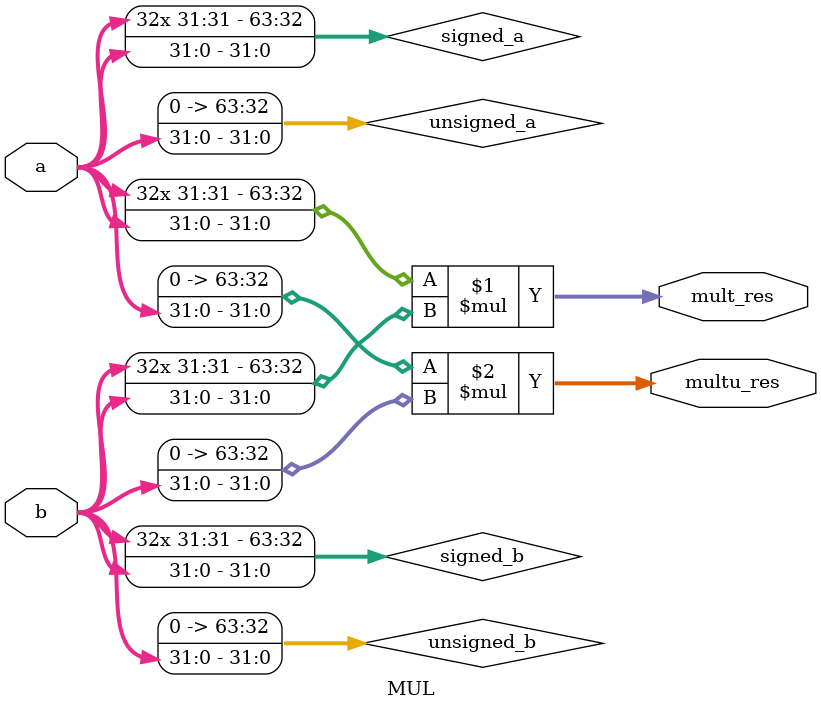
<source format=v>
`timescale 1ns / 1ps


module MUL(
    input [31:0]a,//乘数a
    input [31:0]b,//乘数b
    output [63:0]mult_res,//有符号乘
    output [63:0]multu_res//无符号乘
    );
    wire [63:0] unsigned_a,unsigned_b;
    wire signed [63:0] signed_a,signed_b;
    assign unsigned_a = {32'b0,a};
    assign unsigned_b = {32'b0,b};
    
    assign signed_a = {{32{a[31]}},a};
    assign signed_b = {{32{b[31]}},b};

    assign mult_res = signed_a*signed_b;
    assign multu_res = unsigned_a*unsigned_b;
endmodule

</source>
